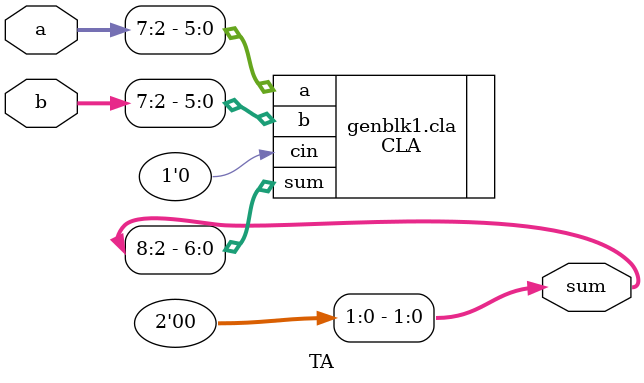
<source format=sv>

module TA #(
    parameter BITWIDTH = 8,
    parameter BORDER   = 2,
    parameter SUBTYPE  = 1
)(
    input  logic [BITWIDTH-1:0] a,
    input  logic [BITWIDTH-1:0] b,

    output logic [BITWIDTH:0] sum
);

    // Approximate region - truncated
    assign sum[BORDER-1:0] = '0;

    // Accurate region
    generate;
        if (SUBTYPE == 0) begin
            RCA #( .BITWIDTH ( BITWIDTH - BORDER ) ) rca (
                .a   ( a[BITWIDTH-1 : BORDER] ),
                .b   ( b[BITWIDTH-1 : BORDER] ),
                .cin ( 1'b0                   ), 
                .sum ( sum[BITWIDTH : BORDER] )
            );
        end else begin
            CLA #( .BITWIDTH (BITWIDTH - BORDER )) cla (
                .a   ( a[BITWIDTH-1 : BORDER] ),
                .b   ( b[BITWIDTH-1 : BORDER] ),
                .cin ( 1'b0                   ), 
                .sum ( sum[BITWIDTH : BORDER] )
            );
        end
    endgenerate
    
endmodule
</source>
